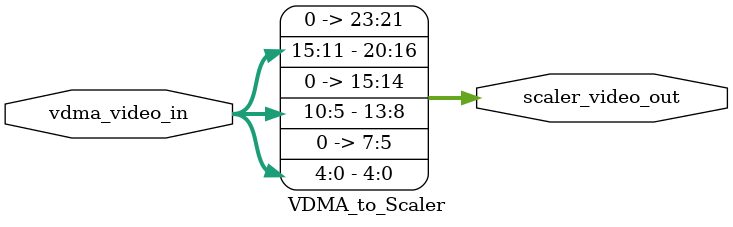
<source format=v>
`timescale 1ns / 1ps


module VDMA_to_Scaler(
    input [15:0] vdma_video_in,
    output [23:0] scaler_video_out
    );
    
    //Rearrange 5 Red bits
    assign scaler_video_out[20:16] = vdma_video_in[15:11];
    assign scaler_video_out[23:21] = {3{0}};
    
    //Rearrange 6 Green bits
    assign scaler_video_out[13:8] = vdma_video_in[10:5];
    assign scaler_video_out[15:14] = {2{0}};
    
    //Rearrange 5 Blue bits
    assign scaler_video_out[4:0] = vdma_video_in[4:0];
    assign scaler_video_out[7:5] = {3{0}};
    
    
endmodule

</source>
